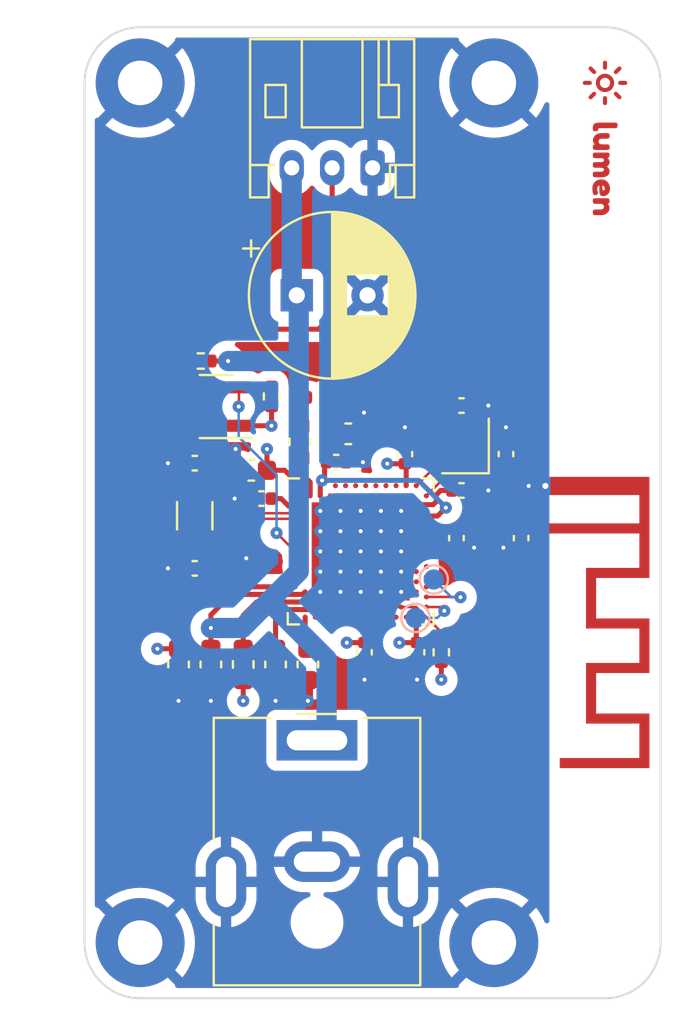
<source format=kicad_pcb>
(kicad_pcb (version 20211014) (generator pcbnew)
  (layers (0 "F.Cu" mixed) (1 "In1.Cu" power) (2 "In2.Cu" power) (31 "B.Cu" mixed) (34 "B.Paste" user) (35 "F.Paste" user) (36 "B.SilkS" user "B.Silkscreen") (37 "F.SilkS" user "F.Silkscreen") (38 "B.Mask" user) (39 "F.Mask" user) (44 "Edge.Cuts" user))
  (net 0 "")
  (net 1 "Net-(AE1-Pad1)")
  (net 2 "GND")
  (net 3 "Net-(C1-Pad2)")
  (net 4 "Net-(C2-Pad2)")
  (net 5 "Net-(C5-Pad1)")
  (net 6 "Net-(C6-Pad1)")
  (net 7 "Net-(C7-Pad1)")
  (net 8 "VBUS")
  (net 9 "VDD")
  (net 10 "+5V")
  (net 11 "Net-(L3-Pad2)")
  (net 52 "/NRF/~{RESET}")
  (net 53 "/NRF/DEC46")
  (net 54 "/NRF/DECUSB")
  (net 55 "/NRF/DEC1")
  (net 56 "/NRF/DEC3")
  (net 57 "/NRF/SWDIO")
  (net 58 "/NRF/SWDCLK")
  (net 59 "/NRF/DCCH")
  (net 60 "/NRF/DCC")
  (net 63 "Net-(J2-Pad2)")
  (net 64 "/NRF/DOUT")
  (footprint "Inductor_SMD:L_0603_1608Metric" (layer "F.Cu") (at 147.1 94.75 -90)
    (fp_text reference "L2")
    (fp_text value "10µH")
  )
  (footprint "Resistor_SMD:R_0402_1005Metric" (layer "F.Cu") (at 148.5 81.5 90)
    (fp_text reference "R2")
    (fp_text value "10kΩ")
  )
  (footprint "Capacitor_SMD:C_0402_1005Metric" (layer "F.Cu") (at 157.65 88.505 -90)
    (fp_text reference "C5")
    (fp_text value "0.8pF")
  )
  (footprint "Crystal:Crystal_SMD_2016-4Pin_2.0x1.6mm" (layer "F.Cu") (at 158.1 83.95 90)
    (fp_text reference "Y1")
    (fp_text value "32MHz")
  )
  (footprint "Capacitor_SMD:C_0603_1608Metric" (layer "F.Cu") (at 143.9 94.75 -90)
    (fp_text reference "C9")
    (fp_text value "4.7µF")
  )
  (footprint "Capacitor_SMD:C_0603_1608Metric" (layer "F.Cu") (at 147.5 85.15 180)
    (fp_text reference "C11")
    (fp_text value "1µF")
  )
  (footprint "Capacitor_SMD:C_0603_1608Metric" (layer "F.Cu") (at 148.7 94.75 -90)
    (fp_text reference "C13")
    (fp_text value "4.7µF")
  )
  (footprint "Resistor_SMD:R_0402_1005Metric" (layer "F.Cu") (at 145 79.75 180)
    (fp_text reference "R3")
    (fp_text value "10kΩ")
  )
  (footprint "Capacitor_SMD:C_0402_1005Metric" (layer "F.Cu") (at 160.85 88.505 -90)
    (fp_text reference "C3")
    (fp_text value "0.5pF")
  )
  (footprint "Package_TO_SOT_SMD:SOT-23-3" (layer "F.Cu") (at 145.75 82 180)
    (fp_text reference "Q1")
    (fp_text value "BSS138")
  )
  (footprint "Inductor_SMD:L_0402_1005Metric" (layer "F.Cu") (at 150.7 81.55)
    (fp_text reference "L4")
    (fp_text value "15nH")
  )
  (footprint "Crystal:Crystal_SMD_3215-2Pin_3.2x1.5mm" (layer "F.Cu") (at 144.7 87.4 -90)
    (fp_text reference "Y2")
    (fp_text value "32.768kHz")
  )
  (footprint "Capacitor_SMD:C_0603_1608Metric" (layer "F.Cu") (at 150.3 94.75 -90)
    (fp_text reference "C8")
    (fp_text value "4.7µF")
  )
  (footprint "Capacitor_SMD:C_0402_1005Metric" (layer "F.Cu") (at 144.7 90 180)
    (fp_text reference "C7")
    (fp_text value "9pF")
  )
  (footprint "Inductor_SMD:L_0603_1608Metric" (layer "F.Cu") (at 149.9 83.75 90)
    (fp_text reference "L3")
    (fp_text value "10µH")
  )
  (footprint "Capacitor_SMD:C_0603_1608Metric" (layer "F.Cu") (at 152.3 83.35)
    (fp_text reference "C12")
    (fp_text value "1µF")
  )
  (footprint "Capacitor_SMD:C_0402_1005Metric" (layer "F.Cu") (at 153.1 94.15 -90)
    (fp_text reference "C19")
    (fp_text value "100nF")
  )
  (footprint "MountingHole:MountingHole_2.2mm_M2_Pad" (layer "F.Cu") (at 159.5 108.5)
    (fp_text reference "H4")
    (fp_text value "MountingHole_Pad")
  )
  (footprint "Capacitor_SMD:C_0402_1005Metric" (layer "F.Cu") (at 155.1 84.35 90)
    (fp_text reference "C17")
    (fp_text value "100nF")
  )
  (footprint "Capacitor_THT:CP_Radial_D8.0mm_P3.50mm" (layer "F.Cu") (at 149.75 76.5)
    (fp_text reference "C4")
    (fp_text value "1000µF")
  )
  (footprint "Capacitor_SMD:C_0603_1608Metric" (layer "F.Cu") (at 145.5 94.75 -90)
    (fp_text reference "C10")
    (fp_text value "4.7µF")
  )
  (footprint "kibuzzard-64861007" (layer "F.Cu") (at 141.5 87.25 -90)
    (fp_text reference "kibuzzard-64861007" hide)
    (fp_text value "G***" hide)
  )
  (footprint "Inductor_SMD:L_0402_1005Metric" (layer "F.Cu") (at 159.25 88.025 180)
    (fp_text reference "L1")
    (fp_text value "4.7nH")
  )
  (footprint "Capacitor_SMD:C_0402_1005Metric" (layer "F.Cu") (at 157.9 86.15)
    (fp_text reference "C18")
    (fp_text value "100pF")
  )
  (footprint "Package_DFN_QFN:Nordic_AQFN-73-1EP_7x7mm_P0.5mm" (layer "F.Cu") (at 152.9125 89.1625)
    (fp_text reference "U1")
    (fp_text value "nRF52840")
  )
  (footprint "kibuzzard-64860F80" (layer "F.Cu") (at 165 70.25 -90)
    (fp_text reference "kibuzzard-64860F80" hide)
    (fp_text value "G***" hide)
  )
  (footprint "Connector_BarrelJack:BarrelJack_CUI_PJ-063AH_Horizontal" (layer "F.Cu") (at 150.75 98.5)
    (fp_text reference "J1")
    (fp_text value "Barrel_Jack_MountingPin")
  )
  (footprint "Connector_JST:JST_PH_S3B-PH-K_1x03_P2.00mm_Horizontal" (layer "F.Cu") (at 153.5 70.2 180)
    (fp_text reference "J2")
    (fp_text value "Conn_01x03")
  )
  (footprint "Capacitor_SMD:C_0402_1005Metric" (layer "F.Cu") (at 151.7 84.75)
    (fp_text reference "C15")
    (fp_text value "47nF")
  )
  (footprint "MountingHole:MountingHole_2.2mm_M2_Pad" (layer "F.Cu") (at 159.5 66)
    (fp_text reference "H2")
    (fp_text value "MountingHole_Pad")
  )
  (footprint "Resistor_SMD:R_0402_1005Metric" (layer "F.Cu") (at 156.9 94.15 90)
    (fp_text reference "R1")
    (fp_text value "10kΩ")
  )
  (footprint "Capacitor_SMD:C_0402_1005Metric" (layer "F.Cu") (at 157.9 81.95 180)
    (fp_text reference "C2")
    (fp_text value "12pF")
  )
  (footprint "MountingHole:MountingHole_2.2mm_M2_Pad" (layer "F.Cu") (at 142 108.5)
    (fp_text reference "H3")
    (fp_text value "MountingHole_Pad")
  )
  (footprint "Capacitor_SMD:C_0402_1005Metric" (layer "F.Cu") (at 155.7 94.15 -90)
    (fp_text reference "C14")
    (fp_text value "100nF")
  )
  (footprint "Capacitor_SMD:C_0402_1005Metric" (layer "F.Cu") (at 148 86.55 180)
    (fp_text reference "C16")
    (fp_text value "100nF")
  )
  (footprint "RF_Antenna:Texas_SWRA117D_2.4GHz_Right" (layer "F.Cu") (at 162.05 88.025 -90)
    (fp_text reference "AE1")
    (fp_text value "Antenna_Shield")
  )
  (footprint "MountingHole:MountingHole_2.2mm_M2_Pad" (layer "F.Cu") (at 142 66)
    (fp_text reference "H1")
    (fp_text value "MountingHole_Pad")
  )
  (footprint "Capacitor_SMD:C_0402_1005Metric" (layer "F.Cu") (at 160.1 84.35 -90)
    (fp_text reference "C1")
    (fp_text value "12pF")
  )
  (footprint "Capacitor_SMD:C_0402_1005Metric" (layer "F.Cu") (at 144.7 84.8 180)
    (fp_text reference "C6")
    (fp_text value "9pF")
  )
  (footprint "TestPoint:TestPoint_Pad_D1.0mm" (layer "B.Cu") (at 155.625 92.45 180)
    (fp_text reference "TP2")
    (fp_text value "TestPoint")
  )
  (footprint "TestPoint:TestPoint_Pad_D1.0mm" (layer "B.Cu") (at 156.525 90.55 180)
    (fp_text reference "TP1")
    (fp_text value "TestPoint")
  )
  (gr_line (start 164.463389 65.463389) (end 164.286612 65.286612) (layer "F.Cu") (width 0.2))
  (gr_line (start 165 66.75) (end 165 67) (layer "F.Cu") (width 0.2))
  (gr_line (start 165.536612 66.536612) (end 165.713389 66.713389) (layer "F.Cu") (width 0.2))
  (gr_line (start 164.463389 66.536612) (end 164.286612 66.713389) (layer "F.Cu") (width 0.2))
  (gr_line (start 165.536612 65.463389) (end 165.713389 65.286612) (layer "F.Cu") (width 0.2))
  (gr_line (start 164.25 66) (end 164 66) (layer "F.Cu") (width 0.2))
  (gr_line (start 165 65.25) (end 165 65) (layer "F.Cu") (width 0.2))
  (gr_circle (center 165 66) (end 165.25 66.25) (layer "F.Cu") (width 0.2) (fill none))
  (gr_line (start 165.75 66) (end 166 66) (layer "F.Cu") (width 0.2))
  (gr_line (start 167.75 108.5) (end 167.75 66) (layer "Edge.Cuts") (width 0.1))
  (gr_arc (start 139.25 66) (mid 140.055456 64.055456) (end 142 63.25) (layer "Edge.Cuts") (width 0.1))
  (gr_arc (start 142 111.25) (mid 140.055456 110.444544) (end 139.25 108.5) (layer "Edge.Cuts") (width 0.1))
  (gr_arc (start 165 63.25) (mid 166.944544 64.055456) (end 167.75 66) (layer "Edge.Cuts") (width 0.1))
  (gr_line (start 142 111.25) (end 165 111.25) (layer "Edge.Cuts") (width 0.1))
  (gr_arc (start 167.75 108.5) (mid 166.944544 110.444544) (end 165 111.25) (layer "Edge.Cuts") (width 0.1))
  (gr_line (start 165 63.25) (end 142 63.25) (layer "Edge.Cuts") (width 0.1))
  (gr_line (start 139.25 66) (end 139.25 108.5) (layer "Edge.Cuts") (width 0.1))
  (segment (start 159.735 88.025) (end 160.85 88.025) (width 0.245) (layer "F.Cu") (net 1))
  (segment (start 160.85 88.025) (end 162.05 88.025) (width 0.245) (layer "F.Cu") (net 1))
  (segment (start 158.38 81.95) (end 159.225 81.95) (width 0.25) (layer "F.Cu") (net 2))
  (segment (start 153.075 83.35) (end 153.075 82.3) (width 0.25) (layer "F.Cu") (net 2))
  (segment (start 162.05 85.925) (end 161.225 85.925) (width 0.25) (layer "F.Cu") (net 2))
  (segment (start 144.22 90) (end 143.375 90) (width 0.25) (layer "F.Cu") (net 2))
  (segment (start 158.38 86.15) (end 159.225 86.15) (width 0.25) (layer "F.Cu") (net 2))
  (segment (start 152.18 84.75) (end 153.025 84.75) (width 0.25) (layer "F.Cu") (net 2))
  (segment (start 155.6625 87.6625) (end 154.4125 87.6625) (width 0.25) (layer "F.Cu") (net 2))
  (segment (start 146.725 85.15) (end 146.725 84.1) (width 0.25) (layer "F.Cu") (net 2))
  (segment (start 150.3 95.525) (end 150.3 96.55) (width 0.25) (layer "F.Cu") (net 2))
  (segment (start 155.1 83.87) (end 155.1 83.025) (width 0.25) (layer "F.Cu") (net 2))
  (segment (start 157.55 84.65) (end 157.55 84.4) (width 0.25) (layer "F.Cu") (net 2))
  (segment (start 160.1 83.87) (end 160.1 83.025) (width 0.25) (layer "F.Cu") (net 2))
  (segment (start 154.4125 87.6625) (end 152.9125 89.1625) (width 0.25) (layer "F.Cu") (net 2))
  (segment (start 153.1 94.63) (end 153.1 95.5) (width 0.25) (layer "F.Cu") (net 2))
  (segment (start 158.2 83.95) (end 158.65 83.5) (width 0.25) (layer "F.Cu") (net 2))
  (segment (start 148.7 95.525) (end 148.7 96.55) (width 0.25) (layer "F.Cu") (net 2))
  (segment (start 158.875 83.025) (end 160.1 83.025) (width 0.25) (layer "F.Cu") (net 2))
  (segment (start 158 83.95) (end 158.2 83.95) (width 0.25) (layer "F.Cu") (net 2))
  (segment (start 143.9 95.525) (end 143.9 96.55) (width 0.25) (layer "F.Cu") (net 2))
  (segment (start 151.4125 86.4125) (end 151.4125 87.6625) (width 0.25) (layer "F.Cu") (net 2))
  (segment (start 159.985 88.985) (end 159.975 88.975) (width 0.25) (layer "F.Cu") (net 2))
  (segment (start 151.4125 87.6625) (end 152.9125 89.1625) (width 0.25) (layer "F.Cu") (net 2))
  (segment (start 144.22 84.8) (end 143.375 84.8) (width 0.25) (layer "F.Cu") (net 2))
  (segment (start 155.7 94.63) (end 155.7 95.5) (width 0.25) (layer "F.Cu") (net 2))
  (segment (start 158.65 83.5) (end 158.65 83.25) (width 0.25) (layer "F.Cu") (net 2))
  (segment (start 158.515 88.985) (end 158.525 88.975) (width 0.25) (layer "F.Cu") (net 2))
  (segment (start 157.55 84.4) (end 158 83.95) (width 0.25) (layer "F.Cu") (net 2))
  (segment (start 158.65 83.25) (end 158.875 83.025) (width 0.25) (layer "F.Cu") (net 2))
  (segment (start 145.5 95.525) (end 145.5 96.55) (width 0.25) (layer "F.Cu") (net 2))
  (segment (start 157.65 88.985) (end 158.515 88.985) (width 0.25) (layer "F.Cu") (net 2))
  (segment (start 147.52 86.55) (end 146.675 86.55) (width 0.25) (layer "F.Cu") (net 2))
  (segment (start 160.85 88.985) (end 159.985 88.985) (width 0.25) (layer "F.Cu") (net 2))
  (via (at 161.225 85.925) (size 0.6) (drill 0.2) (layers "F.Cu" "B.Cu") (net 2))
  (via (at 150.9125 89.1625) (size 0.6) (drill 0.2) (layers "F.Cu" "B.Cu") (net 2))
  (via (at 153.9125 91.1625) (size 0.6) (drill 0.2) (layers "F.Cu" "B.Cu") (net 2))
  (via (at 153.1 95.5) (size 0.6) (drill 0.2) (layers "F.Cu" "B.Cu") (net 2))
  (via (at 154.9125 87.1625) (size 0.6) (drill 0.2) (layers "F.Cu" "B.Cu") (net 2))
  (via (at 151.9125 89.1625) (size 0.6) (drill 0.2) (layers "F.Cu" "B.Cu") (net 2))
  (via (at 160.1 83.025) (size 0.6) (drill 0.2) (layers "F.Cu" "B.Cu") (net 2))
  (via (at 154.9125 90.1625) (size 0.6) (drill 0.2) (layers "F.Cu" "B.Cu") (net 2))
  (via (at 153.9125 90.1625) (size 0.6) (drill 0.2) (layers "F.Cu" "B.Cu") (net 2))
  (via (at 150.9125 87.1625) (size 0.6) (drill 0.2) (layers "F.Cu" "B.Cu") (net 2))
  (via (at 155.1 83.025) (size 0.6) (drill 0.2) (layers "F.Cu" "B.Cu") (net 2))
  (via (at 153.9125 89.1625) (size 0.6) (drill 0.2) (layers "F.Cu" "B.Cu") (net 2))
  (via (at 153.025 84.75) (size 0.6) (drill 0.2) (layers "F.Cu" "B.Cu") (net 2))
  (via (at 151.9125 91.1625) (size 0.6) (drill 0.2) (layers "F.Cu" "B.Cu") (net 2))
  (via (at 153.9125 87.1625) (size 0.6) (drill 0.2) (layers "F.Cu" "B.Cu") (net 2))
  (via (at 143.375 84.8) (size 0.6) (drill 0.2) (layers "F.Cu" "B.Cu") (net 2))
  (via (at 154.9125 89.1625) (size 0.6) (drill 0.2) (layers "F.Cu" "B.Cu") (net 2))
  (via (at 152.9125 87.1625) (size 0.6) (drill 0.2) (layers "F.Cu" "B.Cu") (net 2))
  (via (at 159.225 86.15) (size 0.6) (drill 0.2) (layers "F.Cu" "B.Cu") (net 2))
  (via (at 153.075 82.3) (size 0.6) (drill 0.2) (layers "F.Cu" "B.Cu") (net 2))
  (via (at 151.9125 88.1625) (size 0.6) (drill 0.2) (layers "F.Cu" "B.Cu") (net 2))
  (via (at 151.9125 87.1625) (size 0.6) (drill 0.2) (layers "F.Cu" "B.Cu") (net 2))
  (via (at 146.675 86.55) (size 0.6) (drill 0.2) (layers "F.Cu" "B.Cu") (net 2))
  (via (at 146.725 84.1) (size 0.6) (drill 0.2) (layers "F.Cu" "B.Cu") (net 2))
  (via (at 150.3 96.55) (size 0.6) (drill 0.2) (layers "F.Cu" "B.Cu") (net 2))
  (via (at 150.9125 91.1625) (size 0.6) (drill 0.2) (layers "F.Cu" "B.Cu") (net 2))
  (via (at 148.7 96.55) (size 0.6) (drill 0.2) (layers "F.Cu" "B.Cu") (net 2))
  (via (at 158.525 88.975) (size 0.6) (drill 0.2) (layers "F.Cu" "B.Cu") (net 2))
  (via (at 151.9125 90.1625) (size 0.6) (drill 0.2) (layers "F.Cu" "B.Cu") (net 2))
  (via (at 152.9125 88.1625) (size 0.6) (drill 0.2) (layers "F.Cu" "B.Cu") (net 2))
  (via (at 147.25 89.5) (size 0.6) (drill 0.2) (layers "F.Cu" "B.Cu") (net 2))
  (via (at 150.9125 90.1625) (size 0.6) (drill 0.2) (layers "F.Cu" "B.Cu") (net 2))
  (via (at 155.7 95.5) (size 0.6) (drill 0.2) (layers "F.Cu" "B.Cu") (net 2))
  (via (at 159.975 88.975) (size 0.6) (drill 0.2) (layers "F.Cu" "B.Cu") (net 2))
  (via (at 154.9125 91.1625) (size 0.6) (drill 0.2) (layers "F.Cu" "B.Cu") (net 2))
  (via (at 153.9125 88.1625) (size 0.6) (drill 0.2) (layers "F.Cu" "B.Cu") (net 2))
  (via (at 150.9125 88.1625) (size 0.6) (drill 0.2) (layers "F.Cu" "B.Cu") (net 2))
  (via (at 152.9125 90.1625) (size 0.6) (drill 0.2) (layers "F.Cu" "B.Cu") (net 2))
  (via (at 152.9125 91.1625) (size 0.6) (drill 0.2) (layers "F.Cu" "B.Cu") (net 2))
  (via (at 159.225 81.95) (size 0.6) (drill 0.2) (layers "F.Cu" "B.Cu") (net 2))
  (via (at 152.9125 89.1625) (size 0.6) (drill 0.2) (layers "F.Cu" "B.Cu") (net 2))
  (via (at 143.9 96.55) (size 0.6) (drill 0.2) (layers "F.Cu" "B.Cu") (net 2))
  (via (at 154.9125 88.1625) (size 0.6) (drill 0.2) (layers "F.Cu" "B.Cu") (net 2))
  (via (at 143.375 90) (size 0.6) (drill 0.2) (layers "F.Cu" "B.Cu") (net 2))
  (via (at 145.5 96.55) (size 0.6) (drill 0.2) (layers "F.Cu" "B.Cu") (net 2))
  (segment (start 158.65 85.25) (end 158.65 84.65) (width 0.125) (layer "F.Cu") (net 3))
  (segment (start 158.83 84.83) (end 160.1 84.83) (width 0.125) (layer "F.Cu") (net 3))
  (segment (start 157.025 85.55) (end 158.35 85.55) (width 0.125) (layer "F.Cu") (net 3))
  (segment (start 156.1625 86.4125) (end 157.025 85.55) (width 0.125) (layer "F.Cu") (net 3))
  (segment (start 158.35 85.55) (end 158.65 85.25) (width 0.125) (layer "F.Cu") (net 3))
  (segment (start 158.65 84.65) (end 158.83 84.83) (width 0.125) (layer "F.Cu") (net 3))
  (segment (start 156.6 84.975) (end 156.6 83.65) (width 0.125) (layer "F.Cu") (net 4))
  (segment (start 156.6 83.65) (end 157 83.25) (width 0.125) (layer "F.Cu") (net 4))
  (segment (start 157.42 81.95) (end 157.42 83.12) (width 0.125) (layer "F.Cu") (net 4))
  (segment (start 157.42 83.12) (end 157.55 83.25) (width 0.125) (layer "F.Cu") (net 4))
  (segment (start 155.6625 85.9125) (end 156.6 84.975) (width 0.125) (layer "F.Cu") (net 4))
  (segment (start 157 83.25) (end 157.55 83.25) (width 0.125) (layer "F.Cu") (net 4))
  (segment (start 155.8 88.025) (end 157.65 88.025) (width 0.245) (layer "F.Cu") (net 5))
  (segment (start 157.65 88.025) (end 158.765 88.025) (width 0.245) (layer "F.Cu") (net 5))
  (segment (start 155.6625 88.1625) (end 155.8 88.025) (width 0.245) (layer "F.Cu") (net 5))
  (segment (start 144.7 86.825) (end 144.7 86.15) (width 0.125) (layer "F.Cu") (net 6))
  (segment (start 150.1625 87.1625) (end 150.05 87.275) (width 0.125) (layer "F.Cu") (net 6))
  (segment (start 145.18 84.8) (end 145.18 85.67) (width 0.125) (layer "F.Cu") (net 6))
  (segment (start 145.18 85.67) (end 144.7 86.15) (width 0.125) (layer "F.Cu") (net 6))
  (segment (start 150.05 87.275) (end 145.15 87.275) (width 0.125) (layer "F.Cu") (net 6))
  (segment (start 145.15 87.275) (end 144.7 86.825) (width 0.125) (layer "F.Cu") (net 6))
  (segment (start 150.05 87.55) (end 145.146447 87.55) (width 0.125) (layer "F.Cu") (net 7))
  (segment (start 144.7 88.65) (end 145.18 89.13) (width 0.125) (layer "F.Cu") (net 7))
  (segment (start 145.146447 87.55) (end 144.7 87.996447) (width 0.125) (layer "F.Cu") (net 7))
  (segment (start 150.1625 87.6625) (end 150.05 87.55) (width 0.125) (layer "F.Cu") (net 7))
  (segment (start 144.7 87.996447) (end 144.7 88.65) (width 0.125) (layer "F.Cu") (net 7))
  (segment (start 145.18 89.13) (end 145.18 90) (width 0.125) (layer "F.Cu") (net 7))
  (segment (start 150.1625 92.4125) (end 150.1625 93.8375) (width 0.25) (layer "F.Cu") (net 8))
  (segment (start 150.1625 93.8375) (end 150.3 93.975) (width 0.25) (layer "F.Cu") (net 8))
  (segment (start 148.5 82.01) (end 148.5 82.95) (width 0.25) (layer "F.Cu") (net 9))
  (segment (start 149.15 85.15) (end 148.275 85.15) (width 0.25) (layer "F.Cu") (net 9))
  (segment (start 148.275 85.15) (end 148.275 84.1) (width 0.25) (layer "F.Cu") (net 9))
  (segment (start 155.6625 92.4125) (end 155.6625 93.6325) (width 0.25) (layer "F.Cu") (net 9))
  (segment (start 153.1625 92.4125) (end 153.1625 93.6075) (width 0.25) (layer "F.Cu") (net 9))
  (segment (start 146.8875 82.95) (end 148.5 82.95) (width 0.25) (layer "F.Cu") (net 9))
  (segment (start 143.9 92.4) (end 143.9 93.975) (width 0.25) (layer "F.Cu") (net 9))
  (segment (start 155.6625 93.6325) (end 155.7 93.67) (width 0.25) (layer "F.Cu") (net 9))
  (segment (start 155.1625 84.8925) (end 155.1 84.83) (width 0.25) (layer "F.Cu") (net 9))
  (segment (start 143.9 93.975) (end 142.85 93.975) (width 0.25) (layer "F.Cu") (net 9))
  (segment (start 154.83 93.67) (end 154.825 93.675) (width 0.25) (layer "F.Cu") (net 9))
  (segment (start 147.1 95.5375) (end 147.1 96.55) (width 0.25) (layer "F.Cu") (net 9))
  (segment (start 149.6625 85.6625) (end 149.15 85.15) (width 0.25) (layer "F.Cu") (net 9))
  (segment (start 155.7 93.67) (end 154.83 93.67) (width 0.25) (layer "F.Cu") (net 9))
  (segment (start 154.23 84.83) (end 154.225 84.825) (width 0.25) (layer "F.Cu") (net 9))
  (segment (start 155.1625 85.9125) (end 155.1625 84.8925) (width 0.25) (layer "F.Cu") (net 9))
  (segment (start 153.1 93.67) (end 152.23 93.67) (width 0.25) (layer "F.Cu") (net 9))
  (segment (start 155.1 84.83) (end 154.23 84.83) (width 0.25) (layer "F.Cu") (net 9))
  (segment (start 156.9 94.66) (end 156.9 95.5) (width 0.25) (layer "F.Cu") (net 9))
  (segment (start 149.6625 86.4125) (end 149.6625 85.6625) (width 0.25) (layer "F.Cu") (net 9))
  (segment (start 149.6625 90.9125) (end 145.3875 90.9125) (width 0.25) (layer "F.Cu") (net 9))
  (segment (start 145.3875 90.9125) (end 143.9 92.4) (width 0.25) (layer "F.Cu") (net 9))
  (segment (start 152.23 93.67) (end 152.225 93.675) (width 0.25) (layer "F.Cu") (net 9))
  (segment (start 153.1625 93.6075) (end 153.1 93.67) (width 0.25) (layer "F.Cu") (net 9))
  (via (at 152.225 93.675) (size 0.6) (drill 0.2) (layers "F.Cu" "B.Cu") (net 9))
  (via (at 154.825 93.675) (size 0.6) (drill 0.2) (layers "F.Cu" "B.Cu") (net 9))
  (via (at 156.9 95.5) (size 0.6) (drill 0.2) (layers "F.Cu" "B.Cu") (net 9))
  (via (at 154.225 84.825) (size 0.6) (drill 0.2) (layers "F.Cu" "B.Cu") (net 9))
  (via (at 148.5 82.95) (size 0.6) (drill 0.2) (layers "F.Cu" "B.Cu") (net 9))
  (via (at 147.1 96.55) (size 0.6) (drill 0.2) (layers "F.Cu" "B.Cu") (net 9))
  (via (at 142.85 93.975) (size 0.6) (drill 0.2) (layers "F.Cu" "B.Cu") (net 9))
  (via (at 148.275 84.1) (size 0.6) (drill 0.2) (layers "F.Cu" "B.Cu") (net 9))
  (segment (start 150.1625 91.1625) (end 150.0375 91.2875) (width 0.25) (layer "F.Cu") (net 10))
  (segment (start 150.0375 91.2875) (end 146.5125 91.2875) (width 0.25) (layer "F.Cu") (net 10))
  (segment (start 145.5 92.3) (end 145.5 92.95) (width 0.25) (layer "F.Cu") (net 10))
  (segment (start 146.5125 91.2875) (end 145.5 92.3) (width 0.25) (layer "F.Cu") (net 10))
  (segment (start 145.51 79.75) (end 146.35 79.75) (width 0.25) (layer "F.Cu") (net 10))
  (segment (start 145.5 93.975) (end 145.5 92.95) (width 0.25) (layer "F.Cu") (net 10))
  (via (at 146.35 79.75) (size 0.6) (drill 0.2) (layers "F.Cu" "B.Cu") (net 10))
  (via (at 145.5 92.95) (size 0.6) (drill 0.2) (layers "F.Cu" "B.Cu") (net 10))
  (segment (start 149.5 76.25) (end 149.5 70.2) (width 1) (layer "B.Cu") (net 10))
  (segment (start 149.847349 90.152651) (end 149.847349 79.752651) (width 1) (layer "B.Cu") (net 10))
  (segment (start 146.35 79.75) (end 146.352651 79.752651) (width 0.25) (layer "B.Cu") (net 10))
  (segment (start 148.375 91.625) (end 149.847349 90.152651) (width 1) (layer "B.Cu") (net 10))
  (segment (start 149.844698 79.75) (end 149.847349 79.752651) (width 1) (layer "B.Cu") (net 10))
  (segment (start 149.847349 79.752651) (end 149.847349 76.597349) (width 1) (layer "B.Cu") (net 10))
  (segment (start 149.847349 76.597349) (end 149.75 76.5) (width 1) (layer "B.Cu") (net 10))
  (segment (start 146.35 79.75) (end 149.844698 79.75) (width 1) (layer "B.Cu") (net 10))
  (segment (start 149.75 76.5) (end 149.5 76.25) (width 1) (layer "B.Cu") (net 10))
  (segment (start 151.225 94.475) (end 148.375 91.625) (width 1) (layer "B.Cu") (net 10))
  (segment (start 151.225 98.025) (end 151.225 94.475) (width 1) (layer "B.Cu") (net 10))
  (segment (start 145.5 92.95) (end 147.05 92.95) (width 1) (layer "B.Cu") (net 10))
  (segment (start 150.75 98.5) (end 151.225 98.025) (width 1) (layer "B.Cu") (net 10))
  (segment (start 147.05 92.95) (end 148.375 91.625) (width 1) (layer "B.Cu") (net 10))
  (segment (start 150.15 82.7125) (end 149.9 82.9625) (width 0.25) (layer "F.Cu") (net 11))
  (segment (start 150.15 81.615) (end 150.15 82.7125) (width 0.25) (layer "F.Cu") (net 11))
  (segment (start 150.215 81.55) (end 150.15 81.615) (width 0.25) (layer "F.Cu") (net 11))
  (segment (start 153.9125 91.9125) (end 154.4125 91.9125) (width 0.125) (layer "F.Cu") (net 52))
  (segment (start 155.6625 91.9125) (end 156.9 93.15) (width 0.125) (layer "F.Cu") (net 52))
  (segment (start 154.9125 91.9125) (end 155.6625 91.9125) (width 0.125) (layer "F.Cu") (net 52))
  (segment (start 156.9 93.15) (end 156.9 93.64) (width 0.125) (layer "F.Cu") (net 52))
  (segment (start 152.9125 91.9125) (end 153.4125 91.9125) (width 0.125) (layer "F.Cu") (net 52))
  (segment (start 153.4125 91.9125) (end 153.9125 91.9125) (width 0.125) (layer "F.Cu") (net 52))
  (segment (start 154.4125 91.9125) (end 154.9125 91.9125) (width 0.125) (layer "F.Cu") (net 52))
  (segment (start 151.3 84.67) (end 151.3 83.575) (width 0.25) (layer "F.Cu") (net 53))
  (segment (start 151.275 81.64) (end 151.185 81.55) (width 0.25) (layer "F.Cu") (net 53))
  (segment (start 156.7125 87.4125) (end 157.125 87) (width 0.25) (layer "F.Cu") (net 53))
  (segment (start 151.3 83.575) (end 151.525 83.35) (width 0.25) (layer "F.Cu") (net 53))
  (segment (start 151.275 83.1) (end 151.275 81.64) (width 0.25) (layer "F.Cu") (net 53))
  (segment (start 151.22 84.75) (end 151.3 84.67) (width 0.25) (layer "F.Cu") (net 53))
  (segment (start 151.525 83.35) (end 151.275 83.1) (width 0.25) (layer "F.Cu") (net 53))
  (segment (start 150.9125 86.4125) (end 150.9125 85.7375) (width 0.25) (layer "F.Cu") (net 53))
  (segment (start 151.125 85.525) (end 151.125 84.845) (width 0.25) (layer "F.Cu") (net 53))
  (segment (start 151 85.65) (end 151.125 85.525) (width 0.25) (layer "F.Cu") (net 53))
  (segment (start 156.1625 87.4125) (end 156.7125 87.4125) (width 0.25) (layer "F.Cu") (net 53))
  (segment (start 150.9125 85.7375) (end 151 85.65) (width 0.25) (layer "F.Cu") (net 53))
  (segment (start 151.125 84.845) (end 151.22 84.75) (width 0.25) (layer "F.Cu") (net 53))
  (via (at 157.125 87) (size 0.6) (drill 0.2) (layers "F.Cu" "B.Cu") (net 53))
  (via (at 151 85.65) (size 0.6) (drill 0.2) (layers "F.Cu" "B.Cu") (net 53))
  (segment (start 155.775 85.65) (end 157.125 87) (width 0.25) (layer "B.Cu") (net 53))
  (segment (start 151 85.65) (end 155.775 85.65) (width 0.25) (layer "B.Cu") (net 53))
  (segment (start 148.7 92.525) (end 148.7 93.975) (width 0.25) (layer "F.Cu") (net 54))
  (segment (start 150.9125 91.9125) (end 150.7875 92.0375) (width 0.25) (layer "F.Cu") (net 54))
  (segment (start 150.7875 92.0375) (end 149.1875 92.0375) (width 0.25) (layer "F.Cu") (net 54))
  (segment (start 149.1875 92.0375) (end 148.7 92.525) (width 0.25) (layer "F.Cu") (net 54))
  (segment (start 148.48 86.55) (end 148.975 86.55) (width 0.25) (layer "F.Cu") (net 55))
  (segment (start 148.975 86.55) (end 149.3375 86.9125) (width 0.25) (layer "F.Cu") (net 55))
  (segment (start 149.3375 86.9125) (end 149.6625 86.9125) (width 0.25) (layer "F.Cu") (net 55))
  (segment (start 156.65 86.366942) (end 156.866942 86.15) (width 0.25) (layer "F.Cu") (net 56))
  (segment (start 155.6625 87.1625) (end 155.975 86.85) (width 0.25) (layer "F.Cu") (net 56))
  (segment (start 156.5 86.85) (end 156.65 86.7) (width 0.25) (layer "F.Cu") (net 56))
  (segment (start 156.866942 86.15) (end 157.42 86.15) (width 0.25) (layer "F.Cu") (net 56))
  (segment (start 156.65 86.7) (end 156.65 86.366942) (width 0.25) (layer "F.Cu") (net 56))
  (segment (start 155.975 86.85) (end 156.5 86.85) (width 0.25) (layer "F.Cu") (net 56))
  (segment (start 156.1625 91.9125) (end 156.8625 91.9125) (width 0.125) (layer "F.Cu") (net 57))
  (segment (start 156.8625 91.9125) (end 157.05 92.1) (width 0.125) (layer "F.Cu") (net 57))
  (via (at 157.05 92.1) (size 0.6) (drill 0.2) (layers "F.Cu" "B.Cu") (net 57))
  (segment (start 156.7 92.45) (end 155.625 92.45) (width 0.125) (layer "B.Cu") (net 57))
  (segment (start 157.05 92.1) (end 156.7 92.45) (width 0.125) (layer "B.Cu") (net 57))
  (segment (start 156.1625 91.4125) (end 157.8375 91.4125) (width 0.125) (layer "F.Cu") (net 58))
  (segment (start 157.8375 91.4125) (end 157.85 91.425) (width 0.125) (layer "F.Cu") (net 58))
  (via (at 157.85 91.425) (size 0.6) (drill 0.2) (layers "F.Cu" "B.Cu") (net 58))
  (segment (start 157.85 91.425) (end 157.4 91.425) (width 0.125) (layer "B.Cu") (net 58))
  (segment (start 157.4 91.425) (end 156.525 90.55) (width 0.125) (layer "B.Cu") (net 58))
  (segment (start 147.7625 91.6625) (end 147.1 92.325) (width 0.25) (layer "F.Cu") (net 59))
  (segment (start 150.1625 91.6625) (end 147.7625 91.6625) (width 0.25) (layer "F.Cu") (net 59))
  (segment (start 147.1 92.325) (end 147.1 93.9625) (width 0.25) (layer "F.Cu") (net 59))
  (segment (start 149.9 84.5375) (end 149.9 85.225) (width 0.25) (layer "F.Cu") (net 60))
  (segment (start 149.9 85.225) (end 150.4125 85.7375) (width 0.25) (layer "F.Cu") (net 60))
  (segment (start 150.4125 85.7375) (end 150.4125 86.4125) (width 0.25) (layer "F.Cu") (net 60))
  (segment (start 144.49 81.8775) (end 144.6125 82) (width 0.25) (layer "F.Cu") (net 63))
  (segment (start 144.49 78.885) (end 145.2 78.175) (width 0.25) (layer "F.Cu") (net 63))
  (segment (start 144.49 79.75) (end 144.49 81.8775) (width 0.25) (layer "F.Cu") (net 63))
  (segment (start 145.2 78.175) (end 150.825 78.175) (width 0.25) (layer "F.Cu") (net 63))
  (segment (start 151.5 77.5) (end 151.5 70.2) (width 0.25) (layer "F.Cu") (net 63))
  (segment (start 150.825 78.175) (end 151.5 77.5) (width 0.25) (layer "F.Cu") (net 63))
  (segment (start 144.49 79.75) (end 144.49 78.885) (width 0.25) (layer "F.Cu") (net 63))
  (segment (start 146.8875 81.05) (end 146.8875 81.9875) (width 0.125) (layer "F.Cu") (net 64))
  (segment (start 148.44 81.05) (end 148.5 80.99) (width 0.125) (layer "F.Cu") (net 64))
  (segment (start 146.8875 81.05) (end 148.44 81.05) (width 0.125) (layer "F.Cu") (net 64))
  (segment (start 148.75 88.25) (end 149.4125 88.9125) (width 0.125) (layer "F.Cu") (net 64))
  (segment (start 146.8875 81.9875) (end 146.875 82) (width 0.125) (layer "F.Cu") (net 64))
  (segment (start 149.4125 88.9125) (end 149.6625 88.9125) (width 0.125) (layer "F.Cu") (net 64))
  (via (at 148.75 88.25) (size 0.6) (drill 0.2) (layers "F.Cu" "B.Cu") (net 64))
  (via (at 146.875 82) (size 0.6) (drill 0.2) (layers "F.Cu" "B.Cu") (net 64))
  (segment (start 146.875 82) (end 146.875 83.5) (width 0.125) (layer "B.Cu") (net 64))
  (segment (start 148.75 85.375) (end 148.75 88.25) (width 0.125) (layer "B.Cu") (net 64))
  (segment (start 146.875 83.5) (end 148.75 85.375) (width 0.125) (layer "B.Cu") (net 64))
  (zone (net 2) (net_name "GND") (layers "F.Cu" "In1.Cu" "B.Cu") (connect_pads (clearance 0.508)) (min_thickness 0.254) (fill yes (thermal_gap 0.508) (thermal_bridge_width 0.508))
    (polygon (pts (xy 162.25 66) (xy 162.25 108.25) (xy 159.5 111.25) (xy 139.25 111.25) (xy 139.25 63.25) (xy 159.75 63.25)))
  )
)
</source>
